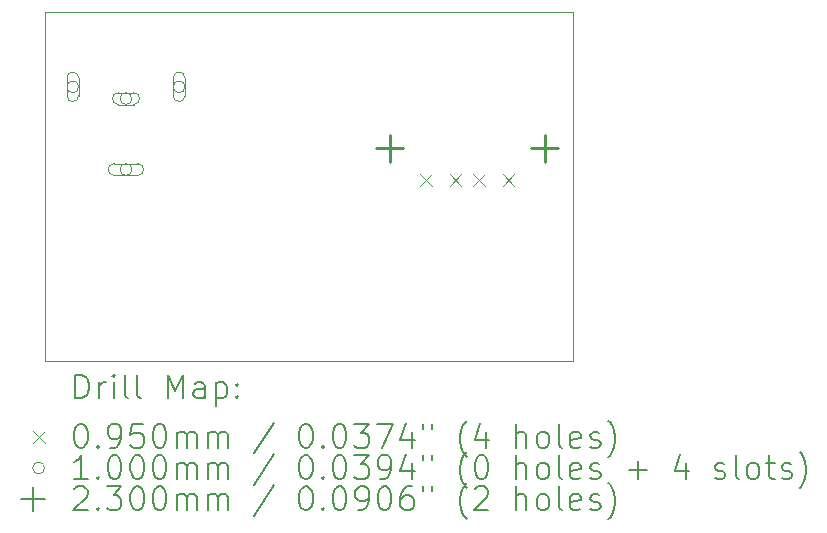
<source format=gbr>
%TF.GenerationSoftware,KiCad,Pcbnew,9.0.3*%
%TF.CreationDate,2025-10-14T12:27:32+02:00*%
%TF.ProjectId,TEST_JLC_PCB,54455354-5f4a-44c4-935f-5043422e6b69,rev?*%
%TF.SameCoordinates,Original*%
%TF.FileFunction,Drillmap*%
%TF.FilePolarity,Positive*%
%FSLAX45Y45*%
G04 Gerber Fmt 4.5, Leading zero omitted, Abs format (unit mm)*
G04 Created by KiCad (PCBNEW 9.0.3) date 2025-10-14 12:27:32*
%MOMM*%
%LPD*%
G01*
G04 APERTURE LIST*
%ADD10C,0.050000*%
%ADD11C,0.200000*%
%ADD12C,0.100000*%
%ADD13C,0.230000*%
G04 APERTURE END LIST*
D10*
X9236000Y-5060000D02*
X13712000Y-5060000D01*
X13712000Y-8012000D01*
X9236000Y-8012000D01*
X9236000Y-5060000D01*
D11*
D12*
X12415500Y-6432500D02*
X12510500Y-6527500D01*
X12510500Y-6432500D02*
X12415500Y-6527500D01*
X12665500Y-6432500D02*
X12760500Y-6527500D01*
X12760500Y-6432500D02*
X12665500Y-6527500D01*
X12865500Y-6432500D02*
X12960500Y-6527500D01*
X12960500Y-6432500D02*
X12865500Y-6527500D01*
X13115500Y-6432500D02*
X13210500Y-6527500D01*
X13210500Y-6432500D02*
X13115500Y-6527500D01*
X9523000Y-5690000D02*
G75*
G02*
X9423000Y-5690000I-50000J0D01*
G01*
X9423000Y-5690000D02*
G75*
G02*
X9523000Y-5690000I50000J0D01*
G01*
X9523000Y-5765000D02*
X9523000Y-5615000D01*
X9423000Y-5615000D02*
G75*
G02*
X9523000Y-5615000I50000J0D01*
G01*
X9423000Y-5615000D02*
X9423000Y-5765000D01*
X9423000Y-5765000D02*
G75*
G03*
X9523000Y-5765000I50000J0D01*
G01*
X9973000Y-5790000D02*
G75*
G02*
X9873000Y-5790000I-50000J0D01*
G01*
X9873000Y-5790000D02*
G75*
G02*
X9973000Y-5790000I50000J0D01*
G01*
X9988000Y-5740000D02*
X9858000Y-5740000D01*
X9858000Y-5840000D02*
G75*
G02*
X9858000Y-5740000I0J50000D01*
G01*
X9858000Y-5840000D02*
X9988000Y-5840000D01*
X9988000Y-5840000D02*
G75*
G03*
X9988000Y-5740000I0J50000D01*
G01*
X9973000Y-6390000D02*
G75*
G02*
X9873000Y-6390000I-50000J0D01*
G01*
X9873000Y-6390000D02*
G75*
G02*
X9973000Y-6390000I50000J0D01*
G01*
X10023000Y-6340000D02*
X9823000Y-6340000D01*
X9823000Y-6440000D02*
G75*
G02*
X9823000Y-6340000I0J50000D01*
G01*
X9823000Y-6440000D02*
X10023000Y-6440000D01*
X10023000Y-6440000D02*
G75*
G03*
X10023000Y-6340000I0J50000D01*
G01*
X10423000Y-5690000D02*
G75*
G02*
X10323000Y-5690000I-50000J0D01*
G01*
X10323000Y-5690000D02*
G75*
G02*
X10423000Y-5690000I50000J0D01*
G01*
X10423000Y-5765000D02*
X10423000Y-5615000D01*
X10323000Y-5615000D02*
G75*
G02*
X10423000Y-5615000I50000J0D01*
G01*
X10323000Y-5615000D02*
X10323000Y-5765000D01*
X10323000Y-5765000D02*
G75*
G03*
X10423000Y-5765000I50000J0D01*
G01*
D13*
X12156000Y-6094000D02*
X12156000Y-6324000D01*
X12041000Y-6209000D02*
X12271000Y-6209000D01*
X13470000Y-6094000D02*
X13470000Y-6324000D01*
X13355000Y-6209000D02*
X13585000Y-6209000D01*
D11*
X9494277Y-8325984D02*
X9494277Y-8125984D01*
X9494277Y-8125984D02*
X9541896Y-8125984D01*
X9541896Y-8125984D02*
X9570467Y-8135508D01*
X9570467Y-8135508D02*
X9589515Y-8154555D01*
X9589515Y-8154555D02*
X9599039Y-8173603D01*
X9599039Y-8173603D02*
X9608563Y-8211698D01*
X9608563Y-8211698D02*
X9608563Y-8240269D01*
X9608563Y-8240269D02*
X9599039Y-8278365D01*
X9599039Y-8278365D02*
X9589515Y-8297412D01*
X9589515Y-8297412D02*
X9570467Y-8316460D01*
X9570467Y-8316460D02*
X9541896Y-8325984D01*
X9541896Y-8325984D02*
X9494277Y-8325984D01*
X9694277Y-8325984D02*
X9694277Y-8192650D01*
X9694277Y-8230746D02*
X9703801Y-8211698D01*
X9703801Y-8211698D02*
X9713324Y-8202174D01*
X9713324Y-8202174D02*
X9732372Y-8192650D01*
X9732372Y-8192650D02*
X9751420Y-8192650D01*
X9818086Y-8325984D02*
X9818086Y-8192650D01*
X9818086Y-8125984D02*
X9808563Y-8135508D01*
X9808563Y-8135508D02*
X9818086Y-8145031D01*
X9818086Y-8145031D02*
X9827610Y-8135508D01*
X9827610Y-8135508D02*
X9818086Y-8125984D01*
X9818086Y-8125984D02*
X9818086Y-8145031D01*
X9941896Y-8325984D02*
X9922848Y-8316460D01*
X9922848Y-8316460D02*
X9913324Y-8297412D01*
X9913324Y-8297412D02*
X9913324Y-8125984D01*
X10046658Y-8325984D02*
X10027610Y-8316460D01*
X10027610Y-8316460D02*
X10018086Y-8297412D01*
X10018086Y-8297412D02*
X10018086Y-8125984D01*
X10275229Y-8325984D02*
X10275229Y-8125984D01*
X10275229Y-8125984D02*
X10341896Y-8268841D01*
X10341896Y-8268841D02*
X10408563Y-8125984D01*
X10408563Y-8125984D02*
X10408563Y-8325984D01*
X10589515Y-8325984D02*
X10589515Y-8221222D01*
X10589515Y-8221222D02*
X10579991Y-8202174D01*
X10579991Y-8202174D02*
X10560944Y-8192650D01*
X10560944Y-8192650D02*
X10522848Y-8192650D01*
X10522848Y-8192650D02*
X10503801Y-8202174D01*
X10589515Y-8316460D02*
X10570467Y-8325984D01*
X10570467Y-8325984D02*
X10522848Y-8325984D01*
X10522848Y-8325984D02*
X10503801Y-8316460D01*
X10503801Y-8316460D02*
X10494277Y-8297412D01*
X10494277Y-8297412D02*
X10494277Y-8278365D01*
X10494277Y-8278365D02*
X10503801Y-8259317D01*
X10503801Y-8259317D02*
X10522848Y-8249793D01*
X10522848Y-8249793D02*
X10570467Y-8249793D01*
X10570467Y-8249793D02*
X10589515Y-8240269D01*
X10684753Y-8192650D02*
X10684753Y-8392650D01*
X10684753Y-8202174D02*
X10703801Y-8192650D01*
X10703801Y-8192650D02*
X10741896Y-8192650D01*
X10741896Y-8192650D02*
X10760944Y-8202174D01*
X10760944Y-8202174D02*
X10770467Y-8211698D01*
X10770467Y-8211698D02*
X10779991Y-8230746D01*
X10779991Y-8230746D02*
X10779991Y-8287888D01*
X10779991Y-8287888D02*
X10770467Y-8306936D01*
X10770467Y-8306936D02*
X10760944Y-8316460D01*
X10760944Y-8316460D02*
X10741896Y-8325984D01*
X10741896Y-8325984D02*
X10703801Y-8325984D01*
X10703801Y-8325984D02*
X10684753Y-8316460D01*
X10865705Y-8306936D02*
X10875229Y-8316460D01*
X10875229Y-8316460D02*
X10865705Y-8325984D01*
X10865705Y-8325984D02*
X10856182Y-8316460D01*
X10856182Y-8316460D02*
X10865705Y-8306936D01*
X10865705Y-8306936D02*
X10865705Y-8325984D01*
X10865705Y-8202174D02*
X10875229Y-8211698D01*
X10875229Y-8211698D02*
X10865705Y-8221222D01*
X10865705Y-8221222D02*
X10856182Y-8211698D01*
X10856182Y-8211698D02*
X10865705Y-8202174D01*
X10865705Y-8202174D02*
X10865705Y-8221222D01*
D12*
X9138500Y-8607000D02*
X9233500Y-8702000D01*
X9233500Y-8607000D02*
X9138500Y-8702000D01*
D11*
X9532372Y-8545984D02*
X9551420Y-8545984D01*
X9551420Y-8545984D02*
X9570467Y-8555508D01*
X9570467Y-8555508D02*
X9579991Y-8565031D01*
X9579991Y-8565031D02*
X9589515Y-8584079D01*
X9589515Y-8584079D02*
X9599039Y-8622174D01*
X9599039Y-8622174D02*
X9599039Y-8669793D01*
X9599039Y-8669793D02*
X9589515Y-8707889D01*
X9589515Y-8707889D02*
X9579991Y-8726936D01*
X9579991Y-8726936D02*
X9570467Y-8736460D01*
X9570467Y-8736460D02*
X9551420Y-8745984D01*
X9551420Y-8745984D02*
X9532372Y-8745984D01*
X9532372Y-8745984D02*
X9513324Y-8736460D01*
X9513324Y-8736460D02*
X9503801Y-8726936D01*
X9503801Y-8726936D02*
X9494277Y-8707889D01*
X9494277Y-8707889D02*
X9484753Y-8669793D01*
X9484753Y-8669793D02*
X9484753Y-8622174D01*
X9484753Y-8622174D02*
X9494277Y-8584079D01*
X9494277Y-8584079D02*
X9503801Y-8565031D01*
X9503801Y-8565031D02*
X9513324Y-8555508D01*
X9513324Y-8555508D02*
X9532372Y-8545984D01*
X9684753Y-8726936D02*
X9694277Y-8736460D01*
X9694277Y-8736460D02*
X9684753Y-8745984D01*
X9684753Y-8745984D02*
X9675229Y-8736460D01*
X9675229Y-8736460D02*
X9684753Y-8726936D01*
X9684753Y-8726936D02*
X9684753Y-8745984D01*
X9789515Y-8745984D02*
X9827610Y-8745984D01*
X9827610Y-8745984D02*
X9846658Y-8736460D01*
X9846658Y-8736460D02*
X9856182Y-8726936D01*
X9856182Y-8726936D02*
X9875229Y-8698365D01*
X9875229Y-8698365D02*
X9884753Y-8660270D01*
X9884753Y-8660270D02*
X9884753Y-8584079D01*
X9884753Y-8584079D02*
X9875229Y-8565031D01*
X9875229Y-8565031D02*
X9865705Y-8555508D01*
X9865705Y-8555508D02*
X9846658Y-8545984D01*
X9846658Y-8545984D02*
X9808563Y-8545984D01*
X9808563Y-8545984D02*
X9789515Y-8555508D01*
X9789515Y-8555508D02*
X9779991Y-8565031D01*
X9779991Y-8565031D02*
X9770467Y-8584079D01*
X9770467Y-8584079D02*
X9770467Y-8631698D01*
X9770467Y-8631698D02*
X9779991Y-8650746D01*
X9779991Y-8650746D02*
X9789515Y-8660270D01*
X9789515Y-8660270D02*
X9808563Y-8669793D01*
X9808563Y-8669793D02*
X9846658Y-8669793D01*
X9846658Y-8669793D02*
X9865705Y-8660270D01*
X9865705Y-8660270D02*
X9875229Y-8650746D01*
X9875229Y-8650746D02*
X9884753Y-8631698D01*
X10065705Y-8545984D02*
X9970467Y-8545984D01*
X9970467Y-8545984D02*
X9960944Y-8641222D01*
X9960944Y-8641222D02*
X9970467Y-8631698D01*
X9970467Y-8631698D02*
X9989515Y-8622174D01*
X9989515Y-8622174D02*
X10037134Y-8622174D01*
X10037134Y-8622174D02*
X10056182Y-8631698D01*
X10056182Y-8631698D02*
X10065705Y-8641222D01*
X10065705Y-8641222D02*
X10075229Y-8660270D01*
X10075229Y-8660270D02*
X10075229Y-8707889D01*
X10075229Y-8707889D02*
X10065705Y-8726936D01*
X10065705Y-8726936D02*
X10056182Y-8736460D01*
X10056182Y-8736460D02*
X10037134Y-8745984D01*
X10037134Y-8745984D02*
X9989515Y-8745984D01*
X9989515Y-8745984D02*
X9970467Y-8736460D01*
X9970467Y-8736460D02*
X9960944Y-8726936D01*
X10199039Y-8545984D02*
X10218086Y-8545984D01*
X10218086Y-8545984D02*
X10237134Y-8555508D01*
X10237134Y-8555508D02*
X10246658Y-8565031D01*
X10246658Y-8565031D02*
X10256182Y-8584079D01*
X10256182Y-8584079D02*
X10265705Y-8622174D01*
X10265705Y-8622174D02*
X10265705Y-8669793D01*
X10265705Y-8669793D02*
X10256182Y-8707889D01*
X10256182Y-8707889D02*
X10246658Y-8726936D01*
X10246658Y-8726936D02*
X10237134Y-8736460D01*
X10237134Y-8736460D02*
X10218086Y-8745984D01*
X10218086Y-8745984D02*
X10199039Y-8745984D01*
X10199039Y-8745984D02*
X10179991Y-8736460D01*
X10179991Y-8736460D02*
X10170467Y-8726936D01*
X10170467Y-8726936D02*
X10160944Y-8707889D01*
X10160944Y-8707889D02*
X10151420Y-8669793D01*
X10151420Y-8669793D02*
X10151420Y-8622174D01*
X10151420Y-8622174D02*
X10160944Y-8584079D01*
X10160944Y-8584079D02*
X10170467Y-8565031D01*
X10170467Y-8565031D02*
X10179991Y-8555508D01*
X10179991Y-8555508D02*
X10199039Y-8545984D01*
X10351420Y-8745984D02*
X10351420Y-8612650D01*
X10351420Y-8631698D02*
X10360944Y-8622174D01*
X10360944Y-8622174D02*
X10379991Y-8612650D01*
X10379991Y-8612650D02*
X10408563Y-8612650D01*
X10408563Y-8612650D02*
X10427610Y-8622174D01*
X10427610Y-8622174D02*
X10437134Y-8641222D01*
X10437134Y-8641222D02*
X10437134Y-8745984D01*
X10437134Y-8641222D02*
X10446658Y-8622174D01*
X10446658Y-8622174D02*
X10465705Y-8612650D01*
X10465705Y-8612650D02*
X10494277Y-8612650D01*
X10494277Y-8612650D02*
X10513325Y-8622174D01*
X10513325Y-8622174D02*
X10522848Y-8641222D01*
X10522848Y-8641222D02*
X10522848Y-8745984D01*
X10618086Y-8745984D02*
X10618086Y-8612650D01*
X10618086Y-8631698D02*
X10627610Y-8622174D01*
X10627610Y-8622174D02*
X10646658Y-8612650D01*
X10646658Y-8612650D02*
X10675229Y-8612650D01*
X10675229Y-8612650D02*
X10694277Y-8622174D01*
X10694277Y-8622174D02*
X10703801Y-8641222D01*
X10703801Y-8641222D02*
X10703801Y-8745984D01*
X10703801Y-8641222D02*
X10713325Y-8622174D01*
X10713325Y-8622174D02*
X10732372Y-8612650D01*
X10732372Y-8612650D02*
X10760944Y-8612650D01*
X10760944Y-8612650D02*
X10779991Y-8622174D01*
X10779991Y-8622174D02*
X10789515Y-8641222D01*
X10789515Y-8641222D02*
X10789515Y-8745984D01*
X11179991Y-8536460D02*
X11008563Y-8793603D01*
X11437134Y-8545984D02*
X11456182Y-8545984D01*
X11456182Y-8545984D02*
X11475229Y-8555508D01*
X11475229Y-8555508D02*
X11484753Y-8565031D01*
X11484753Y-8565031D02*
X11494277Y-8584079D01*
X11494277Y-8584079D02*
X11503801Y-8622174D01*
X11503801Y-8622174D02*
X11503801Y-8669793D01*
X11503801Y-8669793D02*
X11494277Y-8707889D01*
X11494277Y-8707889D02*
X11484753Y-8726936D01*
X11484753Y-8726936D02*
X11475229Y-8736460D01*
X11475229Y-8736460D02*
X11456182Y-8745984D01*
X11456182Y-8745984D02*
X11437134Y-8745984D01*
X11437134Y-8745984D02*
X11418086Y-8736460D01*
X11418086Y-8736460D02*
X11408563Y-8726936D01*
X11408563Y-8726936D02*
X11399039Y-8707889D01*
X11399039Y-8707889D02*
X11389515Y-8669793D01*
X11389515Y-8669793D02*
X11389515Y-8622174D01*
X11389515Y-8622174D02*
X11399039Y-8584079D01*
X11399039Y-8584079D02*
X11408563Y-8565031D01*
X11408563Y-8565031D02*
X11418086Y-8555508D01*
X11418086Y-8555508D02*
X11437134Y-8545984D01*
X11589515Y-8726936D02*
X11599039Y-8736460D01*
X11599039Y-8736460D02*
X11589515Y-8745984D01*
X11589515Y-8745984D02*
X11579991Y-8736460D01*
X11579991Y-8736460D02*
X11589515Y-8726936D01*
X11589515Y-8726936D02*
X11589515Y-8745984D01*
X11722848Y-8545984D02*
X11741896Y-8545984D01*
X11741896Y-8545984D02*
X11760944Y-8555508D01*
X11760944Y-8555508D02*
X11770467Y-8565031D01*
X11770467Y-8565031D02*
X11779991Y-8584079D01*
X11779991Y-8584079D02*
X11789515Y-8622174D01*
X11789515Y-8622174D02*
X11789515Y-8669793D01*
X11789515Y-8669793D02*
X11779991Y-8707889D01*
X11779991Y-8707889D02*
X11770467Y-8726936D01*
X11770467Y-8726936D02*
X11760944Y-8736460D01*
X11760944Y-8736460D02*
X11741896Y-8745984D01*
X11741896Y-8745984D02*
X11722848Y-8745984D01*
X11722848Y-8745984D02*
X11703801Y-8736460D01*
X11703801Y-8736460D02*
X11694277Y-8726936D01*
X11694277Y-8726936D02*
X11684753Y-8707889D01*
X11684753Y-8707889D02*
X11675229Y-8669793D01*
X11675229Y-8669793D02*
X11675229Y-8622174D01*
X11675229Y-8622174D02*
X11684753Y-8584079D01*
X11684753Y-8584079D02*
X11694277Y-8565031D01*
X11694277Y-8565031D02*
X11703801Y-8555508D01*
X11703801Y-8555508D02*
X11722848Y-8545984D01*
X11856182Y-8545984D02*
X11979991Y-8545984D01*
X11979991Y-8545984D02*
X11913325Y-8622174D01*
X11913325Y-8622174D02*
X11941896Y-8622174D01*
X11941896Y-8622174D02*
X11960944Y-8631698D01*
X11960944Y-8631698D02*
X11970467Y-8641222D01*
X11970467Y-8641222D02*
X11979991Y-8660270D01*
X11979991Y-8660270D02*
X11979991Y-8707889D01*
X11979991Y-8707889D02*
X11970467Y-8726936D01*
X11970467Y-8726936D02*
X11960944Y-8736460D01*
X11960944Y-8736460D02*
X11941896Y-8745984D01*
X11941896Y-8745984D02*
X11884753Y-8745984D01*
X11884753Y-8745984D02*
X11865706Y-8736460D01*
X11865706Y-8736460D02*
X11856182Y-8726936D01*
X12046658Y-8545984D02*
X12179991Y-8545984D01*
X12179991Y-8545984D02*
X12094277Y-8745984D01*
X12341896Y-8612650D02*
X12341896Y-8745984D01*
X12294277Y-8536460D02*
X12246658Y-8679317D01*
X12246658Y-8679317D02*
X12370467Y-8679317D01*
X12437134Y-8545984D02*
X12437134Y-8584079D01*
X12513325Y-8545984D02*
X12513325Y-8584079D01*
X12808563Y-8822174D02*
X12799039Y-8812650D01*
X12799039Y-8812650D02*
X12779991Y-8784079D01*
X12779991Y-8784079D02*
X12770468Y-8765031D01*
X12770468Y-8765031D02*
X12760944Y-8736460D01*
X12760944Y-8736460D02*
X12751420Y-8688841D01*
X12751420Y-8688841D02*
X12751420Y-8650746D01*
X12751420Y-8650746D02*
X12760944Y-8603127D01*
X12760944Y-8603127D02*
X12770468Y-8574555D01*
X12770468Y-8574555D02*
X12779991Y-8555508D01*
X12779991Y-8555508D02*
X12799039Y-8526936D01*
X12799039Y-8526936D02*
X12808563Y-8517412D01*
X12970468Y-8612650D02*
X12970468Y-8745984D01*
X12922848Y-8536460D02*
X12875229Y-8679317D01*
X12875229Y-8679317D02*
X12999039Y-8679317D01*
X13227610Y-8745984D02*
X13227610Y-8545984D01*
X13313325Y-8745984D02*
X13313325Y-8641222D01*
X13313325Y-8641222D02*
X13303801Y-8622174D01*
X13303801Y-8622174D02*
X13284753Y-8612650D01*
X13284753Y-8612650D02*
X13256182Y-8612650D01*
X13256182Y-8612650D02*
X13237134Y-8622174D01*
X13237134Y-8622174D02*
X13227610Y-8631698D01*
X13437134Y-8745984D02*
X13418087Y-8736460D01*
X13418087Y-8736460D02*
X13408563Y-8726936D01*
X13408563Y-8726936D02*
X13399039Y-8707889D01*
X13399039Y-8707889D02*
X13399039Y-8650746D01*
X13399039Y-8650746D02*
X13408563Y-8631698D01*
X13408563Y-8631698D02*
X13418087Y-8622174D01*
X13418087Y-8622174D02*
X13437134Y-8612650D01*
X13437134Y-8612650D02*
X13465706Y-8612650D01*
X13465706Y-8612650D02*
X13484753Y-8622174D01*
X13484753Y-8622174D02*
X13494277Y-8631698D01*
X13494277Y-8631698D02*
X13503801Y-8650746D01*
X13503801Y-8650746D02*
X13503801Y-8707889D01*
X13503801Y-8707889D02*
X13494277Y-8726936D01*
X13494277Y-8726936D02*
X13484753Y-8736460D01*
X13484753Y-8736460D02*
X13465706Y-8745984D01*
X13465706Y-8745984D02*
X13437134Y-8745984D01*
X13618087Y-8745984D02*
X13599039Y-8736460D01*
X13599039Y-8736460D02*
X13589515Y-8717412D01*
X13589515Y-8717412D02*
X13589515Y-8545984D01*
X13770468Y-8736460D02*
X13751420Y-8745984D01*
X13751420Y-8745984D02*
X13713325Y-8745984D01*
X13713325Y-8745984D02*
X13694277Y-8736460D01*
X13694277Y-8736460D02*
X13684753Y-8717412D01*
X13684753Y-8717412D02*
X13684753Y-8641222D01*
X13684753Y-8641222D02*
X13694277Y-8622174D01*
X13694277Y-8622174D02*
X13713325Y-8612650D01*
X13713325Y-8612650D02*
X13751420Y-8612650D01*
X13751420Y-8612650D02*
X13770468Y-8622174D01*
X13770468Y-8622174D02*
X13779991Y-8641222D01*
X13779991Y-8641222D02*
X13779991Y-8660270D01*
X13779991Y-8660270D02*
X13684753Y-8679317D01*
X13856182Y-8736460D02*
X13875230Y-8745984D01*
X13875230Y-8745984D02*
X13913325Y-8745984D01*
X13913325Y-8745984D02*
X13932372Y-8736460D01*
X13932372Y-8736460D02*
X13941896Y-8717412D01*
X13941896Y-8717412D02*
X13941896Y-8707889D01*
X13941896Y-8707889D02*
X13932372Y-8688841D01*
X13932372Y-8688841D02*
X13913325Y-8679317D01*
X13913325Y-8679317D02*
X13884753Y-8679317D01*
X13884753Y-8679317D02*
X13865706Y-8669793D01*
X13865706Y-8669793D02*
X13856182Y-8650746D01*
X13856182Y-8650746D02*
X13856182Y-8641222D01*
X13856182Y-8641222D02*
X13865706Y-8622174D01*
X13865706Y-8622174D02*
X13884753Y-8612650D01*
X13884753Y-8612650D02*
X13913325Y-8612650D01*
X13913325Y-8612650D02*
X13932372Y-8622174D01*
X14008563Y-8822174D02*
X14018087Y-8812650D01*
X14018087Y-8812650D02*
X14037134Y-8784079D01*
X14037134Y-8784079D02*
X14046658Y-8765031D01*
X14046658Y-8765031D02*
X14056182Y-8736460D01*
X14056182Y-8736460D02*
X14065706Y-8688841D01*
X14065706Y-8688841D02*
X14065706Y-8650746D01*
X14065706Y-8650746D02*
X14056182Y-8603127D01*
X14056182Y-8603127D02*
X14046658Y-8574555D01*
X14046658Y-8574555D02*
X14037134Y-8555508D01*
X14037134Y-8555508D02*
X14018087Y-8526936D01*
X14018087Y-8526936D02*
X14008563Y-8517412D01*
D12*
X9233500Y-8918500D02*
G75*
G02*
X9133500Y-8918500I-50000J0D01*
G01*
X9133500Y-8918500D02*
G75*
G02*
X9233500Y-8918500I50000J0D01*
G01*
D11*
X9599039Y-9009984D02*
X9484753Y-9009984D01*
X9541896Y-9009984D02*
X9541896Y-8809984D01*
X9541896Y-8809984D02*
X9522848Y-8838555D01*
X9522848Y-8838555D02*
X9503801Y-8857603D01*
X9503801Y-8857603D02*
X9484753Y-8867127D01*
X9684753Y-8990936D02*
X9694277Y-9000460D01*
X9694277Y-9000460D02*
X9684753Y-9009984D01*
X9684753Y-9009984D02*
X9675229Y-9000460D01*
X9675229Y-9000460D02*
X9684753Y-8990936D01*
X9684753Y-8990936D02*
X9684753Y-9009984D01*
X9818086Y-8809984D02*
X9837134Y-8809984D01*
X9837134Y-8809984D02*
X9856182Y-8819508D01*
X9856182Y-8819508D02*
X9865705Y-8829031D01*
X9865705Y-8829031D02*
X9875229Y-8848079D01*
X9875229Y-8848079D02*
X9884753Y-8886174D01*
X9884753Y-8886174D02*
X9884753Y-8933793D01*
X9884753Y-8933793D02*
X9875229Y-8971889D01*
X9875229Y-8971889D02*
X9865705Y-8990936D01*
X9865705Y-8990936D02*
X9856182Y-9000460D01*
X9856182Y-9000460D02*
X9837134Y-9009984D01*
X9837134Y-9009984D02*
X9818086Y-9009984D01*
X9818086Y-9009984D02*
X9799039Y-9000460D01*
X9799039Y-9000460D02*
X9789515Y-8990936D01*
X9789515Y-8990936D02*
X9779991Y-8971889D01*
X9779991Y-8971889D02*
X9770467Y-8933793D01*
X9770467Y-8933793D02*
X9770467Y-8886174D01*
X9770467Y-8886174D02*
X9779991Y-8848079D01*
X9779991Y-8848079D02*
X9789515Y-8829031D01*
X9789515Y-8829031D02*
X9799039Y-8819508D01*
X9799039Y-8819508D02*
X9818086Y-8809984D01*
X10008563Y-8809984D02*
X10027610Y-8809984D01*
X10027610Y-8809984D02*
X10046658Y-8819508D01*
X10046658Y-8819508D02*
X10056182Y-8829031D01*
X10056182Y-8829031D02*
X10065705Y-8848079D01*
X10065705Y-8848079D02*
X10075229Y-8886174D01*
X10075229Y-8886174D02*
X10075229Y-8933793D01*
X10075229Y-8933793D02*
X10065705Y-8971889D01*
X10065705Y-8971889D02*
X10056182Y-8990936D01*
X10056182Y-8990936D02*
X10046658Y-9000460D01*
X10046658Y-9000460D02*
X10027610Y-9009984D01*
X10027610Y-9009984D02*
X10008563Y-9009984D01*
X10008563Y-9009984D02*
X9989515Y-9000460D01*
X9989515Y-9000460D02*
X9979991Y-8990936D01*
X9979991Y-8990936D02*
X9970467Y-8971889D01*
X9970467Y-8971889D02*
X9960944Y-8933793D01*
X9960944Y-8933793D02*
X9960944Y-8886174D01*
X9960944Y-8886174D02*
X9970467Y-8848079D01*
X9970467Y-8848079D02*
X9979991Y-8829031D01*
X9979991Y-8829031D02*
X9989515Y-8819508D01*
X9989515Y-8819508D02*
X10008563Y-8809984D01*
X10199039Y-8809984D02*
X10218086Y-8809984D01*
X10218086Y-8809984D02*
X10237134Y-8819508D01*
X10237134Y-8819508D02*
X10246658Y-8829031D01*
X10246658Y-8829031D02*
X10256182Y-8848079D01*
X10256182Y-8848079D02*
X10265705Y-8886174D01*
X10265705Y-8886174D02*
X10265705Y-8933793D01*
X10265705Y-8933793D02*
X10256182Y-8971889D01*
X10256182Y-8971889D02*
X10246658Y-8990936D01*
X10246658Y-8990936D02*
X10237134Y-9000460D01*
X10237134Y-9000460D02*
X10218086Y-9009984D01*
X10218086Y-9009984D02*
X10199039Y-9009984D01*
X10199039Y-9009984D02*
X10179991Y-9000460D01*
X10179991Y-9000460D02*
X10170467Y-8990936D01*
X10170467Y-8990936D02*
X10160944Y-8971889D01*
X10160944Y-8971889D02*
X10151420Y-8933793D01*
X10151420Y-8933793D02*
X10151420Y-8886174D01*
X10151420Y-8886174D02*
X10160944Y-8848079D01*
X10160944Y-8848079D02*
X10170467Y-8829031D01*
X10170467Y-8829031D02*
X10179991Y-8819508D01*
X10179991Y-8819508D02*
X10199039Y-8809984D01*
X10351420Y-9009984D02*
X10351420Y-8876650D01*
X10351420Y-8895698D02*
X10360944Y-8886174D01*
X10360944Y-8886174D02*
X10379991Y-8876650D01*
X10379991Y-8876650D02*
X10408563Y-8876650D01*
X10408563Y-8876650D02*
X10427610Y-8886174D01*
X10427610Y-8886174D02*
X10437134Y-8905222D01*
X10437134Y-8905222D02*
X10437134Y-9009984D01*
X10437134Y-8905222D02*
X10446658Y-8886174D01*
X10446658Y-8886174D02*
X10465705Y-8876650D01*
X10465705Y-8876650D02*
X10494277Y-8876650D01*
X10494277Y-8876650D02*
X10513325Y-8886174D01*
X10513325Y-8886174D02*
X10522848Y-8905222D01*
X10522848Y-8905222D02*
X10522848Y-9009984D01*
X10618086Y-9009984D02*
X10618086Y-8876650D01*
X10618086Y-8895698D02*
X10627610Y-8886174D01*
X10627610Y-8886174D02*
X10646658Y-8876650D01*
X10646658Y-8876650D02*
X10675229Y-8876650D01*
X10675229Y-8876650D02*
X10694277Y-8886174D01*
X10694277Y-8886174D02*
X10703801Y-8905222D01*
X10703801Y-8905222D02*
X10703801Y-9009984D01*
X10703801Y-8905222D02*
X10713325Y-8886174D01*
X10713325Y-8886174D02*
X10732372Y-8876650D01*
X10732372Y-8876650D02*
X10760944Y-8876650D01*
X10760944Y-8876650D02*
X10779991Y-8886174D01*
X10779991Y-8886174D02*
X10789515Y-8905222D01*
X10789515Y-8905222D02*
X10789515Y-9009984D01*
X11179991Y-8800460D02*
X11008563Y-9057603D01*
X11437134Y-8809984D02*
X11456182Y-8809984D01*
X11456182Y-8809984D02*
X11475229Y-8819508D01*
X11475229Y-8819508D02*
X11484753Y-8829031D01*
X11484753Y-8829031D02*
X11494277Y-8848079D01*
X11494277Y-8848079D02*
X11503801Y-8886174D01*
X11503801Y-8886174D02*
X11503801Y-8933793D01*
X11503801Y-8933793D02*
X11494277Y-8971889D01*
X11494277Y-8971889D02*
X11484753Y-8990936D01*
X11484753Y-8990936D02*
X11475229Y-9000460D01*
X11475229Y-9000460D02*
X11456182Y-9009984D01*
X11456182Y-9009984D02*
X11437134Y-9009984D01*
X11437134Y-9009984D02*
X11418086Y-9000460D01*
X11418086Y-9000460D02*
X11408563Y-8990936D01*
X11408563Y-8990936D02*
X11399039Y-8971889D01*
X11399039Y-8971889D02*
X11389515Y-8933793D01*
X11389515Y-8933793D02*
X11389515Y-8886174D01*
X11389515Y-8886174D02*
X11399039Y-8848079D01*
X11399039Y-8848079D02*
X11408563Y-8829031D01*
X11408563Y-8829031D02*
X11418086Y-8819508D01*
X11418086Y-8819508D02*
X11437134Y-8809984D01*
X11589515Y-8990936D02*
X11599039Y-9000460D01*
X11599039Y-9000460D02*
X11589515Y-9009984D01*
X11589515Y-9009984D02*
X11579991Y-9000460D01*
X11579991Y-9000460D02*
X11589515Y-8990936D01*
X11589515Y-8990936D02*
X11589515Y-9009984D01*
X11722848Y-8809984D02*
X11741896Y-8809984D01*
X11741896Y-8809984D02*
X11760944Y-8819508D01*
X11760944Y-8819508D02*
X11770467Y-8829031D01*
X11770467Y-8829031D02*
X11779991Y-8848079D01*
X11779991Y-8848079D02*
X11789515Y-8886174D01*
X11789515Y-8886174D02*
X11789515Y-8933793D01*
X11789515Y-8933793D02*
X11779991Y-8971889D01*
X11779991Y-8971889D02*
X11770467Y-8990936D01*
X11770467Y-8990936D02*
X11760944Y-9000460D01*
X11760944Y-9000460D02*
X11741896Y-9009984D01*
X11741896Y-9009984D02*
X11722848Y-9009984D01*
X11722848Y-9009984D02*
X11703801Y-9000460D01*
X11703801Y-9000460D02*
X11694277Y-8990936D01*
X11694277Y-8990936D02*
X11684753Y-8971889D01*
X11684753Y-8971889D02*
X11675229Y-8933793D01*
X11675229Y-8933793D02*
X11675229Y-8886174D01*
X11675229Y-8886174D02*
X11684753Y-8848079D01*
X11684753Y-8848079D02*
X11694277Y-8829031D01*
X11694277Y-8829031D02*
X11703801Y-8819508D01*
X11703801Y-8819508D02*
X11722848Y-8809984D01*
X11856182Y-8809984D02*
X11979991Y-8809984D01*
X11979991Y-8809984D02*
X11913325Y-8886174D01*
X11913325Y-8886174D02*
X11941896Y-8886174D01*
X11941896Y-8886174D02*
X11960944Y-8895698D01*
X11960944Y-8895698D02*
X11970467Y-8905222D01*
X11970467Y-8905222D02*
X11979991Y-8924270D01*
X11979991Y-8924270D02*
X11979991Y-8971889D01*
X11979991Y-8971889D02*
X11970467Y-8990936D01*
X11970467Y-8990936D02*
X11960944Y-9000460D01*
X11960944Y-9000460D02*
X11941896Y-9009984D01*
X11941896Y-9009984D02*
X11884753Y-9009984D01*
X11884753Y-9009984D02*
X11865706Y-9000460D01*
X11865706Y-9000460D02*
X11856182Y-8990936D01*
X12075229Y-9009984D02*
X12113325Y-9009984D01*
X12113325Y-9009984D02*
X12132372Y-9000460D01*
X12132372Y-9000460D02*
X12141896Y-8990936D01*
X12141896Y-8990936D02*
X12160944Y-8962365D01*
X12160944Y-8962365D02*
X12170467Y-8924270D01*
X12170467Y-8924270D02*
X12170467Y-8848079D01*
X12170467Y-8848079D02*
X12160944Y-8829031D01*
X12160944Y-8829031D02*
X12151420Y-8819508D01*
X12151420Y-8819508D02*
X12132372Y-8809984D01*
X12132372Y-8809984D02*
X12094277Y-8809984D01*
X12094277Y-8809984D02*
X12075229Y-8819508D01*
X12075229Y-8819508D02*
X12065706Y-8829031D01*
X12065706Y-8829031D02*
X12056182Y-8848079D01*
X12056182Y-8848079D02*
X12056182Y-8895698D01*
X12056182Y-8895698D02*
X12065706Y-8914746D01*
X12065706Y-8914746D02*
X12075229Y-8924270D01*
X12075229Y-8924270D02*
X12094277Y-8933793D01*
X12094277Y-8933793D02*
X12132372Y-8933793D01*
X12132372Y-8933793D02*
X12151420Y-8924270D01*
X12151420Y-8924270D02*
X12160944Y-8914746D01*
X12160944Y-8914746D02*
X12170467Y-8895698D01*
X12341896Y-8876650D02*
X12341896Y-9009984D01*
X12294277Y-8800460D02*
X12246658Y-8943317D01*
X12246658Y-8943317D02*
X12370467Y-8943317D01*
X12437134Y-8809984D02*
X12437134Y-8848079D01*
X12513325Y-8809984D02*
X12513325Y-8848079D01*
X12808563Y-9086174D02*
X12799039Y-9076650D01*
X12799039Y-9076650D02*
X12779991Y-9048079D01*
X12779991Y-9048079D02*
X12770468Y-9029031D01*
X12770468Y-9029031D02*
X12760944Y-9000460D01*
X12760944Y-9000460D02*
X12751420Y-8952841D01*
X12751420Y-8952841D02*
X12751420Y-8914746D01*
X12751420Y-8914746D02*
X12760944Y-8867127D01*
X12760944Y-8867127D02*
X12770468Y-8838555D01*
X12770468Y-8838555D02*
X12779991Y-8819508D01*
X12779991Y-8819508D02*
X12799039Y-8790936D01*
X12799039Y-8790936D02*
X12808563Y-8781412D01*
X12922848Y-8809984D02*
X12941896Y-8809984D01*
X12941896Y-8809984D02*
X12960944Y-8819508D01*
X12960944Y-8819508D02*
X12970468Y-8829031D01*
X12970468Y-8829031D02*
X12979991Y-8848079D01*
X12979991Y-8848079D02*
X12989515Y-8886174D01*
X12989515Y-8886174D02*
X12989515Y-8933793D01*
X12989515Y-8933793D02*
X12979991Y-8971889D01*
X12979991Y-8971889D02*
X12970468Y-8990936D01*
X12970468Y-8990936D02*
X12960944Y-9000460D01*
X12960944Y-9000460D02*
X12941896Y-9009984D01*
X12941896Y-9009984D02*
X12922848Y-9009984D01*
X12922848Y-9009984D02*
X12903801Y-9000460D01*
X12903801Y-9000460D02*
X12894277Y-8990936D01*
X12894277Y-8990936D02*
X12884753Y-8971889D01*
X12884753Y-8971889D02*
X12875229Y-8933793D01*
X12875229Y-8933793D02*
X12875229Y-8886174D01*
X12875229Y-8886174D02*
X12884753Y-8848079D01*
X12884753Y-8848079D02*
X12894277Y-8829031D01*
X12894277Y-8829031D02*
X12903801Y-8819508D01*
X12903801Y-8819508D02*
X12922848Y-8809984D01*
X13227610Y-9009984D02*
X13227610Y-8809984D01*
X13313325Y-9009984D02*
X13313325Y-8905222D01*
X13313325Y-8905222D02*
X13303801Y-8886174D01*
X13303801Y-8886174D02*
X13284753Y-8876650D01*
X13284753Y-8876650D02*
X13256182Y-8876650D01*
X13256182Y-8876650D02*
X13237134Y-8886174D01*
X13237134Y-8886174D02*
X13227610Y-8895698D01*
X13437134Y-9009984D02*
X13418087Y-9000460D01*
X13418087Y-9000460D02*
X13408563Y-8990936D01*
X13408563Y-8990936D02*
X13399039Y-8971889D01*
X13399039Y-8971889D02*
X13399039Y-8914746D01*
X13399039Y-8914746D02*
X13408563Y-8895698D01*
X13408563Y-8895698D02*
X13418087Y-8886174D01*
X13418087Y-8886174D02*
X13437134Y-8876650D01*
X13437134Y-8876650D02*
X13465706Y-8876650D01*
X13465706Y-8876650D02*
X13484753Y-8886174D01*
X13484753Y-8886174D02*
X13494277Y-8895698D01*
X13494277Y-8895698D02*
X13503801Y-8914746D01*
X13503801Y-8914746D02*
X13503801Y-8971889D01*
X13503801Y-8971889D02*
X13494277Y-8990936D01*
X13494277Y-8990936D02*
X13484753Y-9000460D01*
X13484753Y-9000460D02*
X13465706Y-9009984D01*
X13465706Y-9009984D02*
X13437134Y-9009984D01*
X13618087Y-9009984D02*
X13599039Y-9000460D01*
X13599039Y-9000460D02*
X13589515Y-8981412D01*
X13589515Y-8981412D02*
X13589515Y-8809984D01*
X13770468Y-9000460D02*
X13751420Y-9009984D01*
X13751420Y-9009984D02*
X13713325Y-9009984D01*
X13713325Y-9009984D02*
X13694277Y-9000460D01*
X13694277Y-9000460D02*
X13684753Y-8981412D01*
X13684753Y-8981412D02*
X13684753Y-8905222D01*
X13684753Y-8905222D02*
X13694277Y-8886174D01*
X13694277Y-8886174D02*
X13713325Y-8876650D01*
X13713325Y-8876650D02*
X13751420Y-8876650D01*
X13751420Y-8876650D02*
X13770468Y-8886174D01*
X13770468Y-8886174D02*
X13779991Y-8905222D01*
X13779991Y-8905222D02*
X13779991Y-8924270D01*
X13779991Y-8924270D02*
X13684753Y-8943317D01*
X13856182Y-9000460D02*
X13875230Y-9009984D01*
X13875230Y-9009984D02*
X13913325Y-9009984D01*
X13913325Y-9009984D02*
X13932372Y-9000460D01*
X13932372Y-9000460D02*
X13941896Y-8981412D01*
X13941896Y-8981412D02*
X13941896Y-8971889D01*
X13941896Y-8971889D02*
X13932372Y-8952841D01*
X13932372Y-8952841D02*
X13913325Y-8943317D01*
X13913325Y-8943317D02*
X13884753Y-8943317D01*
X13884753Y-8943317D02*
X13865706Y-8933793D01*
X13865706Y-8933793D02*
X13856182Y-8914746D01*
X13856182Y-8914746D02*
X13856182Y-8905222D01*
X13856182Y-8905222D02*
X13865706Y-8886174D01*
X13865706Y-8886174D02*
X13884753Y-8876650D01*
X13884753Y-8876650D02*
X13913325Y-8876650D01*
X13913325Y-8876650D02*
X13932372Y-8886174D01*
X14179992Y-8933793D02*
X14332373Y-8933793D01*
X14256182Y-9009984D02*
X14256182Y-8857603D01*
X14665706Y-8876650D02*
X14665706Y-9009984D01*
X14618087Y-8800460D02*
X14570468Y-8943317D01*
X14570468Y-8943317D02*
X14694277Y-8943317D01*
X14913325Y-9000460D02*
X14932373Y-9009984D01*
X14932373Y-9009984D02*
X14970468Y-9009984D01*
X14970468Y-9009984D02*
X14989515Y-9000460D01*
X14989515Y-9000460D02*
X14999039Y-8981412D01*
X14999039Y-8981412D02*
X14999039Y-8971889D01*
X14999039Y-8971889D02*
X14989515Y-8952841D01*
X14989515Y-8952841D02*
X14970468Y-8943317D01*
X14970468Y-8943317D02*
X14941896Y-8943317D01*
X14941896Y-8943317D02*
X14922849Y-8933793D01*
X14922849Y-8933793D02*
X14913325Y-8914746D01*
X14913325Y-8914746D02*
X14913325Y-8905222D01*
X14913325Y-8905222D02*
X14922849Y-8886174D01*
X14922849Y-8886174D02*
X14941896Y-8876650D01*
X14941896Y-8876650D02*
X14970468Y-8876650D01*
X14970468Y-8876650D02*
X14989515Y-8886174D01*
X15113325Y-9009984D02*
X15094277Y-9000460D01*
X15094277Y-9000460D02*
X15084754Y-8981412D01*
X15084754Y-8981412D02*
X15084754Y-8809984D01*
X15218087Y-9009984D02*
X15199039Y-9000460D01*
X15199039Y-9000460D02*
X15189515Y-8990936D01*
X15189515Y-8990936D02*
X15179992Y-8971889D01*
X15179992Y-8971889D02*
X15179992Y-8914746D01*
X15179992Y-8914746D02*
X15189515Y-8895698D01*
X15189515Y-8895698D02*
X15199039Y-8886174D01*
X15199039Y-8886174D02*
X15218087Y-8876650D01*
X15218087Y-8876650D02*
X15246658Y-8876650D01*
X15246658Y-8876650D02*
X15265706Y-8886174D01*
X15265706Y-8886174D02*
X15275230Y-8895698D01*
X15275230Y-8895698D02*
X15284754Y-8914746D01*
X15284754Y-8914746D02*
X15284754Y-8971889D01*
X15284754Y-8971889D02*
X15275230Y-8990936D01*
X15275230Y-8990936D02*
X15265706Y-9000460D01*
X15265706Y-9000460D02*
X15246658Y-9009984D01*
X15246658Y-9009984D02*
X15218087Y-9009984D01*
X15341896Y-8876650D02*
X15418087Y-8876650D01*
X15370468Y-8809984D02*
X15370468Y-8981412D01*
X15370468Y-8981412D02*
X15379992Y-9000460D01*
X15379992Y-9000460D02*
X15399039Y-9009984D01*
X15399039Y-9009984D02*
X15418087Y-9009984D01*
X15475230Y-9000460D02*
X15494277Y-9009984D01*
X15494277Y-9009984D02*
X15532373Y-9009984D01*
X15532373Y-9009984D02*
X15551420Y-9000460D01*
X15551420Y-9000460D02*
X15560944Y-8981412D01*
X15560944Y-8981412D02*
X15560944Y-8971889D01*
X15560944Y-8971889D02*
X15551420Y-8952841D01*
X15551420Y-8952841D02*
X15532373Y-8943317D01*
X15532373Y-8943317D02*
X15503801Y-8943317D01*
X15503801Y-8943317D02*
X15484754Y-8933793D01*
X15484754Y-8933793D02*
X15475230Y-8914746D01*
X15475230Y-8914746D02*
X15475230Y-8905222D01*
X15475230Y-8905222D02*
X15484754Y-8886174D01*
X15484754Y-8886174D02*
X15503801Y-8876650D01*
X15503801Y-8876650D02*
X15532373Y-8876650D01*
X15532373Y-8876650D02*
X15551420Y-8886174D01*
X15627611Y-9086174D02*
X15637135Y-9076650D01*
X15637135Y-9076650D02*
X15656182Y-9048079D01*
X15656182Y-9048079D02*
X15665706Y-9029031D01*
X15665706Y-9029031D02*
X15675230Y-9000460D01*
X15675230Y-9000460D02*
X15684754Y-8952841D01*
X15684754Y-8952841D02*
X15684754Y-8914746D01*
X15684754Y-8914746D02*
X15675230Y-8867127D01*
X15675230Y-8867127D02*
X15665706Y-8838555D01*
X15665706Y-8838555D02*
X15656182Y-8819508D01*
X15656182Y-8819508D02*
X15637135Y-8790936D01*
X15637135Y-8790936D02*
X15627611Y-8781412D01*
X9133500Y-9082500D02*
X9133500Y-9282500D01*
X9033500Y-9182500D02*
X9233500Y-9182500D01*
X9484753Y-9093031D02*
X9494277Y-9083508D01*
X9494277Y-9083508D02*
X9513324Y-9073984D01*
X9513324Y-9073984D02*
X9560944Y-9073984D01*
X9560944Y-9073984D02*
X9579991Y-9083508D01*
X9579991Y-9083508D02*
X9589515Y-9093031D01*
X9589515Y-9093031D02*
X9599039Y-9112079D01*
X9599039Y-9112079D02*
X9599039Y-9131127D01*
X9599039Y-9131127D02*
X9589515Y-9159698D01*
X9589515Y-9159698D02*
X9475229Y-9273984D01*
X9475229Y-9273984D02*
X9599039Y-9273984D01*
X9684753Y-9254936D02*
X9694277Y-9264460D01*
X9694277Y-9264460D02*
X9684753Y-9273984D01*
X9684753Y-9273984D02*
X9675229Y-9264460D01*
X9675229Y-9264460D02*
X9684753Y-9254936D01*
X9684753Y-9254936D02*
X9684753Y-9273984D01*
X9760944Y-9073984D02*
X9884753Y-9073984D01*
X9884753Y-9073984D02*
X9818086Y-9150174D01*
X9818086Y-9150174D02*
X9846658Y-9150174D01*
X9846658Y-9150174D02*
X9865705Y-9159698D01*
X9865705Y-9159698D02*
X9875229Y-9169222D01*
X9875229Y-9169222D02*
X9884753Y-9188270D01*
X9884753Y-9188270D02*
X9884753Y-9235889D01*
X9884753Y-9235889D02*
X9875229Y-9254936D01*
X9875229Y-9254936D02*
X9865705Y-9264460D01*
X9865705Y-9264460D02*
X9846658Y-9273984D01*
X9846658Y-9273984D02*
X9789515Y-9273984D01*
X9789515Y-9273984D02*
X9770467Y-9264460D01*
X9770467Y-9264460D02*
X9760944Y-9254936D01*
X10008563Y-9073984D02*
X10027610Y-9073984D01*
X10027610Y-9073984D02*
X10046658Y-9083508D01*
X10046658Y-9083508D02*
X10056182Y-9093031D01*
X10056182Y-9093031D02*
X10065705Y-9112079D01*
X10065705Y-9112079D02*
X10075229Y-9150174D01*
X10075229Y-9150174D02*
X10075229Y-9197793D01*
X10075229Y-9197793D02*
X10065705Y-9235889D01*
X10065705Y-9235889D02*
X10056182Y-9254936D01*
X10056182Y-9254936D02*
X10046658Y-9264460D01*
X10046658Y-9264460D02*
X10027610Y-9273984D01*
X10027610Y-9273984D02*
X10008563Y-9273984D01*
X10008563Y-9273984D02*
X9989515Y-9264460D01*
X9989515Y-9264460D02*
X9979991Y-9254936D01*
X9979991Y-9254936D02*
X9970467Y-9235889D01*
X9970467Y-9235889D02*
X9960944Y-9197793D01*
X9960944Y-9197793D02*
X9960944Y-9150174D01*
X9960944Y-9150174D02*
X9970467Y-9112079D01*
X9970467Y-9112079D02*
X9979991Y-9093031D01*
X9979991Y-9093031D02*
X9989515Y-9083508D01*
X9989515Y-9083508D02*
X10008563Y-9073984D01*
X10199039Y-9073984D02*
X10218086Y-9073984D01*
X10218086Y-9073984D02*
X10237134Y-9083508D01*
X10237134Y-9083508D02*
X10246658Y-9093031D01*
X10246658Y-9093031D02*
X10256182Y-9112079D01*
X10256182Y-9112079D02*
X10265705Y-9150174D01*
X10265705Y-9150174D02*
X10265705Y-9197793D01*
X10265705Y-9197793D02*
X10256182Y-9235889D01*
X10256182Y-9235889D02*
X10246658Y-9254936D01*
X10246658Y-9254936D02*
X10237134Y-9264460D01*
X10237134Y-9264460D02*
X10218086Y-9273984D01*
X10218086Y-9273984D02*
X10199039Y-9273984D01*
X10199039Y-9273984D02*
X10179991Y-9264460D01*
X10179991Y-9264460D02*
X10170467Y-9254936D01*
X10170467Y-9254936D02*
X10160944Y-9235889D01*
X10160944Y-9235889D02*
X10151420Y-9197793D01*
X10151420Y-9197793D02*
X10151420Y-9150174D01*
X10151420Y-9150174D02*
X10160944Y-9112079D01*
X10160944Y-9112079D02*
X10170467Y-9093031D01*
X10170467Y-9093031D02*
X10179991Y-9083508D01*
X10179991Y-9083508D02*
X10199039Y-9073984D01*
X10351420Y-9273984D02*
X10351420Y-9140650D01*
X10351420Y-9159698D02*
X10360944Y-9150174D01*
X10360944Y-9150174D02*
X10379991Y-9140650D01*
X10379991Y-9140650D02*
X10408563Y-9140650D01*
X10408563Y-9140650D02*
X10427610Y-9150174D01*
X10427610Y-9150174D02*
X10437134Y-9169222D01*
X10437134Y-9169222D02*
X10437134Y-9273984D01*
X10437134Y-9169222D02*
X10446658Y-9150174D01*
X10446658Y-9150174D02*
X10465705Y-9140650D01*
X10465705Y-9140650D02*
X10494277Y-9140650D01*
X10494277Y-9140650D02*
X10513325Y-9150174D01*
X10513325Y-9150174D02*
X10522848Y-9169222D01*
X10522848Y-9169222D02*
X10522848Y-9273984D01*
X10618086Y-9273984D02*
X10618086Y-9140650D01*
X10618086Y-9159698D02*
X10627610Y-9150174D01*
X10627610Y-9150174D02*
X10646658Y-9140650D01*
X10646658Y-9140650D02*
X10675229Y-9140650D01*
X10675229Y-9140650D02*
X10694277Y-9150174D01*
X10694277Y-9150174D02*
X10703801Y-9169222D01*
X10703801Y-9169222D02*
X10703801Y-9273984D01*
X10703801Y-9169222D02*
X10713325Y-9150174D01*
X10713325Y-9150174D02*
X10732372Y-9140650D01*
X10732372Y-9140650D02*
X10760944Y-9140650D01*
X10760944Y-9140650D02*
X10779991Y-9150174D01*
X10779991Y-9150174D02*
X10789515Y-9169222D01*
X10789515Y-9169222D02*
X10789515Y-9273984D01*
X11179991Y-9064460D02*
X11008563Y-9321603D01*
X11437134Y-9073984D02*
X11456182Y-9073984D01*
X11456182Y-9073984D02*
X11475229Y-9083508D01*
X11475229Y-9083508D02*
X11484753Y-9093031D01*
X11484753Y-9093031D02*
X11494277Y-9112079D01*
X11494277Y-9112079D02*
X11503801Y-9150174D01*
X11503801Y-9150174D02*
X11503801Y-9197793D01*
X11503801Y-9197793D02*
X11494277Y-9235889D01*
X11494277Y-9235889D02*
X11484753Y-9254936D01*
X11484753Y-9254936D02*
X11475229Y-9264460D01*
X11475229Y-9264460D02*
X11456182Y-9273984D01*
X11456182Y-9273984D02*
X11437134Y-9273984D01*
X11437134Y-9273984D02*
X11418086Y-9264460D01*
X11418086Y-9264460D02*
X11408563Y-9254936D01*
X11408563Y-9254936D02*
X11399039Y-9235889D01*
X11399039Y-9235889D02*
X11389515Y-9197793D01*
X11389515Y-9197793D02*
X11389515Y-9150174D01*
X11389515Y-9150174D02*
X11399039Y-9112079D01*
X11399039Y-9112079D02*
X11408563Y-9093031D01*
X11408563Y-9093031D02*
X11418086Y-9083508D01*
X11418086Y-9083508D02*
X11437134Y-9073984D01*
X11589515Y-9254936D02*
X11599039Y-9264460D01*
X11599039Y-9264460D02*
X11589515Y-9273984D01*
X11589515Y-9273984D02*
X11579991Y-9264460D01*
X11579991Y-9264460D02*
X11589515Y-9254936D01*
X11589515Y-9254936D02*
X11589515Y-9273984D01*
X11722848Y-9073984D02*
X11741896Y-9073984D01*
X11741896Y-9073984D02*
X11760944Y-9083508D01*
X11760944Y-9083508D02*
X11770467Y-9093031D01*
X11770467Y-9093031D02*
X11779991Y-9112079D01*
X11779991Y-9112079D02*
X11789515Y-9150174D01*
X11789515Y-9150174D02*
X11789515Y-9197793D01*
X11789515Y-9197793D02*
X11779991Y-9235889D01*
X11779991Y-9235889D02*
X11770467Y-9254936D01*
X11770467Y-9254936D02*
X11760944Y-9264460D01*
X11760944Y-9264460D02*
X11741896Y-9273984D01*
X11741896Y-9273984D02*
X11722848Y-9273984D01*
X11722848Y-9273984D02*
X11703801Y-9264460D01*
X11703801Y-9264460D02*
X11694277Y-9254936D01*
X11694277Y-9254936D02*
X11684753Y-9235889D01*
X11684753Y-9235889D02*
X11675229Y-9197793D01*
X11675229Y-9197793D02*
X11675229Y-9150174D01*
X11675229Y-9150174D02*
X11684753Y-9112079D01*
X11684753Y-9112079D02*
X11694277Y-9093031D01*
X11694277Y-9093031D02*
X11703801Y-9083508D01*
X11703801Y-9083508D02*
X11722848Y-9073984D01*
X11884753Y-9273984D02*
X11922848Y-9273984D01*
X11922848Y-9273984D02*
X11941896Y-9264460D01*
X11941896Y-9264460D02*
X11951420Y-9254936D01*
X11951420Y-9254936D02*
X11970467Y-9226365D01*
X11970467Y-9226365D02*
X11979991Y-9188270D01*
X11979991Y-9188270D02*
X11979991Y-9112079D01*
X11979991Y-9112079D02*
X11970467Y-9093031D01*
X11970467Y-9093031D02*
X11960944Y-9083508D01*
X11960944Y-9083508D02*
X11941896Y-9073984D01*
X11941896Y-9073984D02*
X11903801Y-9073984D01*
X11903801Y-9073984D02*
X11884753Y-9083508D01*
X11884753Y-9083508D02*
X11875229Y-9093031D01*
X11875229Y-9093031D02*
X11865706Y-9112079D01*
X11865706Y-9112079D02*
X11865706Y-9159698D01*
X11865706Y-9159698D02*
X11875229Y-9178746D01*
X11875229Y-9178746D02*
X11884753Y-9188270D01*
X11884753Y-9188270D02*
X11903801Y-9197793D01*
X11903801Y-9197793D02*
X11941896Y-9197793D01*
X11941896Y-9197793D02*
X11960944Y-9188270D01*
X11960944Y-9188270D02*
X11970467Y-9178746D01*
X11970467Y-9178746D02*
X11979991Y-9159698D01*
X12103801Y-9073984D02*
X12122848Y-9073984D01*
X12122848Y-9073984D02*
X12141896Y-9083508D01*
X12141896Y-9083508D02*
X12151420Y-9093031D01*
X12151420Y-9093031D02*
X12160944Y-9112079D01*
X12160944Y-9112079D02*
X12170467Y-9150174D01*
X12170467Y-9150174D02*
X12170467Y-9197793D01*
X12170467Y-9197793D02*
X12160944Y-9235889D01*
X12160944Y-9235889D02*
X12151420Y-9254936D01*
X12151420Y-9254936D02*
X12141896Y-9264460D01*
X12141896Y-9264460D02*
X12122848Y-9273984D01*
X12122848Y-9273984D02*
X12103801Y-9273984D01*
X12103801Y-9273984D02*
X12084753Y-9264460D01*
X12084753Y-9264460D02*
X12075229Y-9254936D01*
X12075229Y-9254936D02*
X12065706Y-9235889D01*
X12065706Y-9235889D02*
X12056182Y-9197793D01*
X12056182Y-9197793D02*
X12056182Y-9150174D01*
X12056182Y-9150174D02*
X12065706Y-9112079D01*
X12065706Y-9112079D02*
X12075229Y-9093031D01*
X12075229Y-9093031D02*
X12084753Y-9083508D01*
X12084753Y-9083508D02*
X12103801Y-9073984D01*
X12341896Y-9073984D02*
X12303801Y-9073984D01*
X12303801Y-9073984D02*
X12284753Y-9083508D01*
X12284753Y-9083508D02*
X12275229Y-9093031D01*
X12275229Y-9093031D02*
X12256182Y-9121603D01*
X12256182Y-9121603D02*
X12246658Y-9159698D01*
X12246658Y-9159698D02*
X12246658Y-9235889D01*
X12246658Y-9235889D02*
X12256182Y-9254936D01*
X12256182Y-9254936D02*
X12265706Y-9264460D01*
X12265706Y-9264460D02*
X12284753Y-9273984D01*
X12284753Y-9273984D02*
X12322848Y-9273984D01*
X12322848Y-9273984D02*
X12341896Y-9264460D01*
X12341896Y-9264460D02*
X12351420Y-9254936D01*
X12351420Y-9254936D02*
X12360944Y-9235889D01*
X12360944Y-9235889D02*
X12360944Y-9188270D01*
X12360944Y-9188270D02*
X12351420Y-9169222D01*
X12351420Y-9169222D02*
X12341896Y-9159698D01*
X12341896Y-9159698D02*
X12322848Y-9150174D01*
X12322848Y-9150174D02*
X12284753Y-9150174D01*
X12284753Y-9150174D02*
X12265706Y-9159698D01*
X12265706Y-9159698D02*
X12256182Y-9169222D01*
X12256182Y-9169222D02*
X12246658Y-9188270D01*
X12437134Y-9073984D02*
X12437134Y-9112079D01*
X12513325Y-9073984D02*
X12513325Y-9112079D01*
X12808563Y-9350174D02*
X12799039Y-9340650D01*
X12799039Y-9340650D02*
X12779991Y-9312079D01*
X12779991Y-9312079D02*
X12770468Y-9293031D01*
X12770468Y-9293031D02*
X12760944Y-9264460D01*
X12760944Y-9264460D02*
X12751420Y-9216841D01*
X12751420Y-9216841D02*
X12751420Y-9178746D01*
X12751420Y-9178746D02*
X12760944Y-9131127D01*
X12760944Y-9131127D02*
X12770468Y-9102555D01*
X12770468Y-9102555D02*
X12779991Y-9083508D01*
X12779991Y-9083508D02*
X12799039Y-9054936D01*
X12799039Y-9054936D02*
X12808563Y-9045412D01*
X12875229Y-9093031D02*
X12884753Y-9083508D01*
X12884753Y-9083508D02*
X12903801Y-9073984D01*
X12903801Y-9073984D02*
X12951420Y-9073984D01*
X12951420Y-9073984D02*
X12970468Y-9083508D01*
X12970468Y-9083508D02*
X12979991Y-9093031D01*
X12979991Y-9093031D02*
X12989515Y-9112079D01*
X12989515Y-9112079D02*
X12989515Y-9131127D01*
X12989515Y-9131127D02*
X12979991Y-9159698D01*
X12979991Y-9159698D02*
X12865706Y-9273984D01*
X12865706Y-9273984D02*
X12989515Y-9273984D01*
X13227610Y-9273984D02*
X13227610Y-9073984D01*
X13313325Y-9273984D02*
X13313325Y-9169222D01*
X13313325Y-9169222D02*
X13303801Y-9150174D01*
X13303801Y-9150174D02*
X13284753Y-9140650D01*
X13284753Y-9140650D02*
X13256182Y-9140650D01*
X13256182Y-9140650D02*
X13237134Y-9150174D01*
X13237134Y-9150174D02*
X13227610Y-9159698D01*
X13437134Y-9273984D02*
X13418087Y-9264460D01*
X13418087Y-9264460D02*
X13408563Y-9254936D01*
X13408563Y-9254936D02*
X13399039Y-9235889D01*
X13399039Y-9235889D02*
X13399039Y-9178746D01*
X13399039Y-9178746D02*
X13408563Y-9159698D01*
X13408563Y-9159698D02*
X13418087Y-9150174D01*
X13418087Y-9150174D02*
X13437134Y-9140650D01*
X13437134Y-9140650D02*
X13465706Y-9140650D01*
X13465706Y-9140650D02*
X13484753Y-9150174D01*
X13484753Y-9150174D02*
X13494277Y-9159698D01*
X13494277Y-9159698D02*
X13503801Y-9178746D01*
X13503801Y-9178746D02*
X13503801Y-9235889D01*
X13503801Y-9235889D02*
X13494277Y-9254936D01*
X13494277Y-9254936D02*
X13484753Y-9264460D01*
X13484753Y-9264460D02*
X13465706Y-9273984D01*
X13465706Y-9273984D02*
X13437134Y-9273984D01*
X13618087Y-9273984D02*
X13599039Y-9264460D01*
X13599039Y-9264460D02*
X13589515Y-9245412D01*
X13589515Y-9245412D02*
X13589515Y-9073984D01*
X13770468Y-9264460D02*
X13751420Y-9273984D01*
X13751420Y-9273984D02*
X13713325Y-9273984D01*
X13713325Y-9273984D02*
X13694277Y-9264460D01*
X13694277Y-9264460D02*
X13684753Y-9245412D01*
X13684753Y-9245412D02*
X13684753Y-9169222D01*
X13684753Y-9169222D02*
X13694277Y-9150174D01*
X13694277Y-9150174D02*
X13713325Y-9140650D01*
X13713325Y-9140650D02*
X13751420Y-9140650D01*
X13751420Y-9140650D02*
X13770468Y-9150174D01*
X13770468Y-9150174D02*
X13779991Y-9169222D01*
X13779991Y-9169222D02*
X13779991Y-9188270D01*
X13779991Y-9188270D02*
X13684753Y-9207317D01*
X13856182Y-9264460D02*
X13875230Y-9273984D01*
X13875230Y-9273984D02*
X13913325Y-9273984D01*
X13913325Y-9273984D02*
X13932372Y-9264460D01*
X13932372Y-9264460D02*
X13941896Y-9245412D01*
X13941896Y-9245412D02*
X13941896Y-9235889D01*
X13941896Y-9235889D02*
X13932372Y-9216841D01*
X13932372Y-9216841D02*
X13913325Y-9207317D01*
X13913325Y-9207317D02*
X13884753Y-9207317D01*
X13884753Y-9207317D02*
X13865706Y-9197793D01*
X13865706Y-9197793D02*
X13856182Y-9178746D01*
X13856182Y-9178746D02*
X13856182Y-9169222D01*
X13856182Y-9169222D02*
X13865706Y-9150174D01*
X13865706Y-9150174D02*
X13884753Y-9140650D01*
X13884753Y-9140650D02*
X13913325Y-9140650D01*
X13913325Y-9140650D02*
X13932372Y-9150174D01*
X14008563Y-9350174D02*
X14018087Y-9340650D01*
X14018087Y-9340650D02*
X14037134Y-9312079D01*
X14037134Y-9312079D02*
X14046658Y-9293031D01*
X14046658Y-9293031D02*
X14056182Y-9264460D01*
X14056182Y-9264460D02*
X14065706Y-9216841D01*
X14065706Y-9216841D02*
X14065706Y-9178746D01*
X14065706Y-9178746D02*
X14056182Y-9131127D01*
X14056182Y-9131127D02*
X14046658Y-9102555D01*
X14046658Y-9102555D02*
X14037134Y-9083508D01*
X14037134Y-9083508D02*
X14018087Y-9054936D01*
X14018087Y-9054936D02*
X14008563Y-9045412D01*
M02*

</source>
